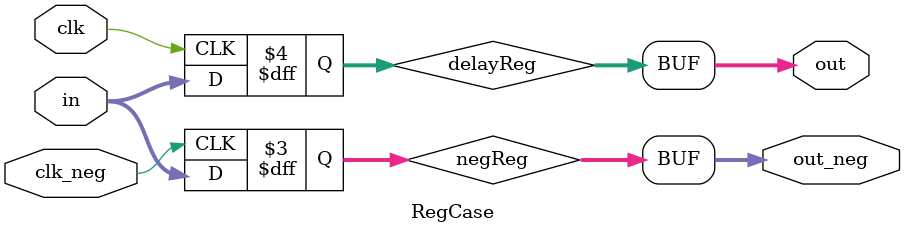
<source format=v>
module RegCase (
  input        clk,
  input        clk_neg,
  input  [2:0] in,
  output [2:0] out,
  output [2:0] out_neg
);
  reg  [2:0] delayReg;
  reg  [2:0] negReg;
  assign out = delayReg;
  assign out_neg = negReg;
  always @(posedge clk) begin
    delayReg <= in;
  end
  always @(negedge clk_neg) begin
    negReg <= in;
  end
endmodule

</source>
